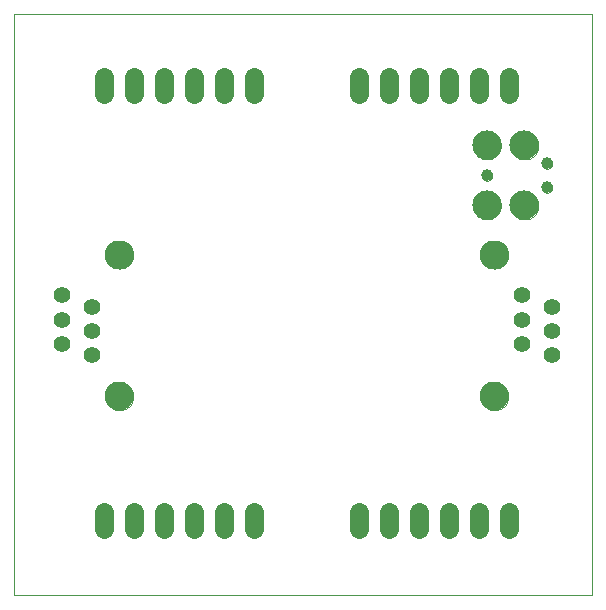
<source format=gbs>
G75*
G70*
%OFA0B0*%
%FSLAX24Y24*%
%IPPOS*%
%LPD*%
%AMOC8*
5,1,8,0,0,1.08239X$1,22.5*
%
%ADD10C,0.0000*%
%ADD11C,0.0555*%
%ADD12C,0.0969*%
%ADD13C,0.0390*%
%ADD14C,0.0975*%
%ADD15C,0.0634*%
D10*
X000162Y000100D02*
X000162Y019471D01*
X019407Y019471D01*
X019407Y000100D01*
X000162Y000100D01*
X003197Y006738D02*
X003199Y006781D01*
X003205Y006823D01*
X003215Y006865D01*
X003228Y006906D01*
X003246Y006945D01*
X003267Y006983D01*
X003291Y007018D01*
X003318Y007051D01*
X003349Y007082D01*
X003382Y007109D01*
X003417Y007133D01*
X003455Y007154D01*
X003494Y007172D01*
X003535Y007185D01*
X003577Y007195D01*
X003619Y007201D01*
X003662Y007203D01*
X003705Y007201D01*
X003747Y007195D01*
X003789Y007185D01*
X003830Y007172D01*
X003869Y007154D01*
X003907Y007133D01*
X003942Y007109D01*
X003975Y007082D01*
X004006Y007051D01*
X004033Y007018D01*
X004057Y006983D01*
X004078Y006945D01*
X004096Y006906D01*
X004109Y006865D01*
X004119Y006823D01*
X004125Y006781D01*
X004127Y006738D01*
X004125Y006695D01*
X004119Y006653D01*
X004109Y006611D01*
X004096Y006570D01*
X004078Y006531D01*
X004057Y006493D01*
X004033Y006458D01*
X004006Y006425D01*
X003975Y006394D01*
X003942Y006367D01*
X003907Y006343D01*
X003869Y006322D01*
X003830Y006304D01*
X003789Y006291D01*
X003747Y006281D01*
X003705Y006275D01*
X003662Y006273D01*
X003619Y006275D01*
X003577Y006281D01*
X003535Y006291D01*
X003494Y006304D01*
X003455Y006322D01*
X003417Y006343D01*
X003382Y006367D01*
X003349Y006394D01*
X003318Y006425D01*
X003291Y006458D01*
X003267Y006493D01*
X003246Y006531D01*
X003228Y006570D01*
X003215Y006611D01*
X003205Y006653D01*
X003199Y006695D01*
X003197Y006738D01*
X003197Y011462D02*
X003199Y011505D01*
X003205Y011547D01*
X003215Y011589D01*
X003228Y011630D01*
X003246Y011669D01*
X003267Y011707D01*
X003291Y011742D01*
X003318Y011775D01*
X003349Y011806D01*
X003382Y011833D01*
X003417Y011857D01*
X003455Y011878D01*
X003494Y011896D01*
X003535Y011909D01*
X003577Y011919D01*
X003619Y011925D01*
X003662Y011927D01*
X003705Y011925D01*
X003747Y011919D01*
X003789Y011909D01*
X003830Y011896D01*
X003869Y011878D01*
X003907Y011857D01*
X003942Y011833D01*
X003975Y011806D01*
X004006Y011775D01*
X004033Y011742D01*
X004057Y011707D01*
X004078Y011669D01*
X004096Y011630D01*
X004109Y011589D01*
X004119Y011547D01*
X004125Y011505D01*
X004127Y011462D01*
X004125Y011419D01*
X004119Y011377D01*
X004109Y011335D01*
X004096Y011294D01*
X004078Y011255D01*
X004057Y011217D01*
X004033Y011182D01*
X004006Y011149D01*
X003975Y011118D01*
X003942Y011091D01*
X003907Y011067D01*
X003869Y011046D01*
X003830Y011028D01*
X003789Y011015D01*
X003747Y011005D01*
X003705Y010999D01*
X003662Y010997D01*
X003619Y010999D01*
X003577Y011005D01*
X003535Y011015D01*
X003494Y011028D01*
X003455Y011046D01*
X003417Y011067D01*
X003382Y011091D01*
X003349Y011118D01*
X003318Y011149D01*
X003291Y011182D01*
X003267Y011217D01*
X003246Y011255D01*
X003228Y011294D01*
X003215Y011335D01*
X003205Y011377D01*
X003199Y011419D01*
X003197Y011462D01*
X015445Y013100D02*
X015447Y013143D01*
X015453Y013186D01*
X015463Y013228D01*
X015477Y013269D01*
X015494Y013308D01*
X015515Y013346D01*
X015539Y013381D01*
X015567Y013415D01*
X015597Y013445D01*
X015631Y013473D01*
X015666Y013497D01*
X015704Y013518D01*
X015743Y013535D01*
X015784Y013549D01*
X015826Y013559D01*
X015869Y013565D01*
X015912Y013567D01*
X015955Y013565D01*
X015998Y013559D01*
X016040Y013549D01*
X016081Y013535D01*
X016120Y013518D01*
X016158Y013497D01*
X016193Y013473D01*
X016227Y013445D01*
X016257Y013415D01*
X016285Y013381D01*
X016309Y013346D01*
X016330Y013308D01*
X016347Y013269D01*
X016361Y013228D01*
X016371Y013186D01*
X016377Y013143D01*
X016379Y013100D01*
X016377Y013057D01*
X016371Y013014D01*
X016361Y012972D01*
X016347Y012931D01*
X016330Y012892D01*
X016309Y012854D01*
X016285Y012819D01*
X016257Y012785D01*
X016227Y012755D01*
X016193Y012727D01*
X016158Y012703D01*
X016120Y012682D01*
X016081Y012665D01*
X016040Y012651D01*
X015998Y012641D01*
X015955Y012635D01*
X015912Y012633D01*
X015869Y012635D01*
X015826Y012641D01*
X015784Y012651D01*
X015743Y012665D01*
X015704Y012682D01*
X015666Y012703D01*
X015631Y012727D01*
X015597Y012755D01*
X015567Y012785D01*
X015539Y012819D01*
X015515Y012854D01*
X015494Y012892D01*
X015477Y012931D01*
X015463Y012972D01*
X015453Y013014D01*
X015447Y013057D01*
X015445Y013100D01*
X015737Y014100D02*
X015739Y014126D01*
X015745Y014152D01*
X015754Y014176D01*
X015767Y014199D01*
X015784Y014219D01*
X015803Y014237D01*
X015825Y014252D01*
X015848Y014263D01*
X015873Y014271D01*
X015899Y014275D01*
X015925Y014275D01*
X015951Y014271D01*
X015976Y014263D01*
X016000Y014252D01*
X016021Y014237D01*
X016040Y014219D01*
X016057Y014199D01*
X016070Y014176D01*
X016079Y014152D01*
X016085Y014126D01*
X016087Y014100D01*
X016085Y014074D01*
X016079Y014048D01*
X016070Y014024D01*
X016057Y014001D01*
X016040Y013981D01*
X016021Y013963D01*
X015999Y013948D01*
X015976Y013937D01*
X015951Y013929D01*
X015925Y013925D01*
X015899Y013925D01*
X015873Y013929D01*
X015848Y013937D01*
X015824Y013948D01*
X015803Y013963D01*
X015784Y013981D01*
X015767Y014001D01*
X015754Y014024D01*
X015745Y014048D01*
X015739Y014074D01*
X015737Y014100D01*
X015445Y015100D02*
X015447Y015143D01*
X015453Y015186D01*
X015463Y015228D01*
X015477Y015269D01*
X015494Y015308D01*
X015515Y015346D01*
X015539Y015381D01*
X015567Y015415D01*
X015597Y015445D01*
X015631Y015473D01*
X015666Y015497D01*
X015704Y015518D01*
X015743Y015535D01*
X015784Y015549D01*
X015826Y015559D01*
X015869Y015565D01*
X015912Y015567D01*
X015955Y015565D01*
X015998Y015559D01*
X016040Y015549D01*
X016081Y015535D01*
X016120Y015518D01*
X016158Y015497D01*
X016193Y015473D01*
X016227Y015445D01*
X016257Y015415D01*
X016285Y015381D01*
X016309Y015346D01*
X016330Y015308D01*
X016347Y015269D01*
X016361Y015228D01*
X016371Y015186D01*
X016377Y015143D01*
X016379Y015100D01*
X016377Y015057D01*
X016371Y015014D01*
X016361Y014972D01*
X016347Y014931D01*
X016330Y014892D01*
X016309Y014854D01*
X016285Y014819D01*
X016257Y014785D01*
X016227Y014755D01*
X016193Y014727D01*
X016158Y014703D01*
X016120Y014682D01*
X016081Y014665D01*
X016040Y014651D01*
X015998Y014641D01*
X015955Y014635D01*
X015912Y014633D01*
X015869Y014635D01*
X015826Y014641D01*
X015784Y014651D01*
X015743Y014665D01*
X015704Y014682D01*
X015666Y014703D01*
X015631Y014727D01*
X015597Y014755D01*
X015567Y014785D01*
X015539Y014819D01*
X015515Y014854D01*
X015494Y014892D01*
X015477Y014931D01*
X015463Y014972D01*
X015453Y015014D01*
X015447Y015057D01*
X015445Y015100D01*
X016695Y015100D02*
X016697Y015143D01*
X016703Y015186D01*
X016713Y015228D01*
X016727Y015269D01*
X016744Y015308D01*
X016765Y015346D01*
X016789Y015381D01*
X016817Y015415D01*
X016847Y015445D01*
X016881Y015473D01*
X016916Y015497D01*
X016954Y015518D01*
X016993Y015535D01*
X017034Y015549D01*
X017076Y015559D01*
X017119Y015565D01*
X017162Y015567D01*
X017205Y015565D01*
X017248Y015559D01*
X017290Y015549D01*
X017331Y015535D01*
X017370Y015518D01*
X017408Y015497D01*
X017443Y015473D01*
X017477Y015445D01*
X017507Y015415D01*
X017535Y015381D01*
X017559Y015346D01*
X017580Y015308D01*
X017597Y015269D01*
X017611Y015228D01*
X017621Y015186D01*
X017627Y015143D01*
X017629Y015100D01*
X017627Y015057D01*
X017621Y015014D01*
X017611Y014972D01*
X017597Y014931D01*
X017580Y014892D01*
X017559Y014854D01*
X017535Y014819D01*
X017507Y014785D01*
X017477Y014755D01*
X017443Y014727D01*
X017408Y014703D01*
X017370Y014682D01*
X017331Y014665D01*
X017290Y014651D01*
X017248Y014641D01*
X017205Y014635D01*
X017162Y014633D01*
X017119Y014635D01*
X017076Y014641D01*
X017034Y014651D01*
X016993Y014665D01*
X016954Y014682D01*
X016916Y014703D01*
X016881Y014727D01*
X016847Y014755D01*
X016817Y014785D01*
X016789Y014819D01*
X016765Y014854D01*
X016744Y014892D01*
X016727Y014931D01*
X016713Y014972D01*
X016703Y015014D01*
X016697Y015057D01*
X016695Y015100D01*
X017737Y014500D02*
X017739Y014526D01*
X017745Y014552D01*
X017754Y014576D01*
X017767Y014599D01*
X017784Y014619D01*
X017803Y014637D01*
X017825Y014652D01*
X017848Y014663D01*
X017873Y014671D01*
X017899Y014675D01*
X017925Y014675D01*
X017951Y014671D01*
X017976Y014663D01*
X018000Y014652D01*
X018021Y014637D01*
X018040Y014619D01*
X018057Y014599D01*
X018070Y014576D01*
X018079Y014552D01*
X018085Y014526D01*
X018087Y014500D01*
X018085Y014474D01*
X018079Y014448D01*
X018070Y014424D01*
X018057Y014401D01*
X018040Y014381D01*
X018021Y014363D01*
X017999Y014348D01*
X017976Y014337D01*
X017951Y014329D01*
X017925Y014325D01*
X017899Y014325D01*
X017873Y014329D01*
X017848Y014337D01*
X017824Y014348D01*
X017803Y014363D01*
X017784Y014381D01*
X017767Y014401D01*
X017754Y014424D01*
X017745Y014448D01*
X017739Y014474D01*
X017737Y014500D01*
X017737Y013700D02*
X017739Y013726D01*
X017745Y013752D01*
X017754Y013776D01*
X017767Y013799D01*
X017784Y013819D01*
X017803Y013837D01*
X017825Y013852D01*
X017848Y013863D01*
X017873Y013871D01*
X017899Y013875D01*
X017925Y013875D01*
X017951Y013871D01*
X017976Y013863D01*
X018000Y013852D01*
X018021Y013837D01*
X018040Y013819D01*
X018057Y013799D01*
X018070Y013776D01*
X018079Y013752D01*
X018085Y013726D01*
X018087Y013700D01*
X018085Y013674D01*
X018079Y013648D01*
X018070Y013624D01*
X018057Y013601D01*
X018040Y013581D01*
X018021Y013563D01*
X017999Y013548D01*
X017976Y013537D01*
X017951Y013529D01*
X017925Y013525D01*
X017899Y013525D01*
X017873Y013529D01*
X017848Y013537D01*
X017824Y013548D01*
X017803Y013563D01*
X017784Y013581D01*
X017767Y013601D01*
X017754Y013624D01*
X017745Y013648D01*
X017739Y013674D01*
X017737Y013700D01*
X016695Y013100D02*
X016697Y013143D01*
X016703Y013186D01*
X016713Y013228D01*
X016727Y013269D01*
X016744Y013308D01*
X016765Y013346D01*
X016789Y013381D01*
X016817Y013415D01*
X016847Y013445D01*
X016881Y013473D01*
X016916Y013497D01*
X016954Y013518D01*
X016993Y013535D01*
X017034Y013549D01*
X017076Y013559D01*
X017119Y013565D01*
X017162Y013567D01*
X017205Y013565D01*
X017248Y013559D01*
X017290Y013549D01*
X017331Y013535D01*
X017370Y013518D01*
X017408Y013497D01*
X017443Y013473D01*
X017477Y013445D01*
X017507Y013415D01*
X017535Y013381D01*
X017559Y013346D01*
X017580Y013308D01*
X017597Y013269D01*
X017611Y013228D01*
X017621Y013186D01*
X017627Y013143D01*
X017629Y013100D01*
X017627Y013057D01*
X017621Y013014D01*
X017611Y012972D01*
X017597Y012931D01*
X017580Y012892D01*
X017559Y012854D01*
X017535Y012819D01*
X017507Y012785D01*
X017477Y012755D01*
X017443Y012727D01*
X017408Y012703D01*
X017370Y012682D01*
X017331Y012665D01*
X017290Y012651D01*
X017248Y012641D01*
X017205Y012635D01*
X017162Y012633D01*
X017119Y012635D01*
X017076Y012641D01*
X017034Y012651D01*
X016993Y012665D01*
X016954Y012682D01*
X016916Y012703D01*
X016881Y012727D01*
X016847Y012755D01*
X016817Y012785D01*
X016789Y012819D01*
X016765Y012854D01*
X016744Y012892D01*
X016727Y012931D01*
X016713Y012972D01*
X016703Y013014D01*
X016697Y013057D01*
X016695Y013100D01*
X015697Y011462D02*
X015699Y011505D01*
X015705Y011547D01*
X015715Y011589D01*
X015728Y011630D01*
X015746Y011669D01*
X015767Y011707D01*
X015791Y011742D01*
X015818Y011775D01*
X015849Y011806D01*
X015882Y011833D01*
X015917Y011857D01*
X015955Y011878D01*
X015994Y011896D01*
X016035Y011909D01*
X016077Y011919D01*
X016119Y011925D01*
X016162Y011927D01*
X016205Y011925D01*
X016247Y011919D01*
X016289Y011909D01*
X016330Y011896D01*
X016369Y011878D01*
X016407Y011857D01*
X016442Y011833D01*
X016475Y011806D01*
X016506Y011775D01*
X016533Y011742D01*
X016557Y011707D01*
X016578Y011669D01*
X016596Y011630D01*
X016609Y011589D01*
X016619Y011547D01*
X016625Y011505D01*
X016627Y011462D01*
X016625Y011419D01*
X016619Y011377D01*
X016609Y011335D01*
X016596Y011294D01*
X016578Y011255D01*
X016557Y011217D01*
X016533Y011182D01*
X016506Y011149D01*
X016475Y011118D01*
X016442Y011091D01*
X016407Y011067D01*
X016369Y011046D01*
X016330Y011028D01*
X016289Y011015D01*
X016247Y011005D01*
X016205Y010999D01*
X016162Y010997D01*
X016119Y010999D01*
X016077Y011005D01*
X016035Y011015D01*
X015994Y011028D01*
X015955Y011046D01*
X015917Y011067D01*
X015882Y011091D01*
X015849Y011118D01*
X015818Y011149D01*
X015791Y011182D01*
X015767Y011217D01*
X015746Y011255D01*
X015728Y011294D01*
X015715Y011335D01*
X015705Y011377D01*
X015699Y011419D01*
X015697Y011462D01*
X015697Y006738D02*
X015699Y006781D01*
X015705Y006823D01*
X015715Y006865D01*
X015728Y006906D01*
X015746Y006945D01*
X015767Y006983D01*
X015791Y007018D01*
X015818Y007051D01*
X015849Y007082D01*
X015882Y007109D01*
X015917Y007133D01*
X015955Y007154D01*
X015994Y007172D01*
X016035Y007185D01*
X016077Y007195D01*
X016119Y007201D01*
X016162Y007203D01*
X016205Y007201D01*
X016247Y007195D01*
X016289Y007185D01*
X016330Y007172D01*
X016369Y007154D01*
X016407Y007133D01*
X016442Y007109D01*
X016475Y007082D01*
X016506Y007051D01*
X016533Y007018D01*
X016557Y006983D01*
X016578Y006945D01*
X016596Y006906D01*
X016609Y006865D01*
X016619Y006823D01*
X016625Y006781D01*
X016627Y006738D01*
X016625Y006695D01*
X016619Y006653D01*
X016609Y006611D01*
X016596Y006570D01*
X016578Y006531D01*
X016557Y006493D01*
X016533Y006458D01*
X016506Y006425D01*
X016475Y006394D01*
X016442Y006367D01*
X016407Y006343D01*
X016369Y006322D01*
X016330Y006304D01*
X016289Y006291D01*
X016247Y006281D01*
X016205Y006275D01*
X016162Y006273D01*
X016119Y006275D01*
X016077Y006281D01*
X016035Y006291D01*
X015994Y006304D01*
X015955Y006322D01*
X015917Y006343D01*
X015882Y006367D01*
X015849Y006394D01*
X015818Y006425D01*
X015791Y006458D01*
X015767Y006493D01*
X015746Y006531D01*
X015728Y006570D01*
X015715Y006611D01*
X015705Y006653D01*
X015699Y006695D01*
X015697Y006738D01*
D11*
X017067Y008494D03*
X017067Y009297D03*
X017067Y010100D03*
X018067Y009706D03*
X018067Y008903D03*
X018067Y008100D03*
X002756Y008100D03*
X002756Y008903D03*
X002756Y009706D03*
X001756Y010100D03*
X001756Y009297D03*
X001756Y008494D03*
D12*
X003662Y006738D03*
X003662Y011462D03*
X016162Y011462D03*
X016162Y006738D03*
D13*
X017912Y013700D03*
X017912Y014500D03*
X015912Y014100D03*
D14*
X015912Y015100D03*
X017162Y015100D03*
X017162Y013100D03*
X015912Y013100D03*
D15*
X015662Y016803D02*
X015662Y017397D01*
X016662Y017397D02*
X016662Y016803D01*
X014662Y016803D02*
X014662Y017397D01*
X013662Y017397D02*
X013662Y016803D01*
X012662Y016803D02*
X012662Y017397D01*
X011662Y017397D02*
X011662Y016803D01*
X008162Y016803D02*
X008162Y017397D01*
X007162Y017397D02*
X007162Y016803D01*
X006162Y016803D02*
X006162Y017397D01*
X005162Y017397D02*
X005162Y016803D01*
X004162Y016803D02*
X004162Y017397D01*
X003162Y017397D02*
X003162Y016803D01*
X003162Y002897D02*
X003162Y002303D01*
X004162Y002303D02*
X004162Y002897D01*
X005162Y002897D02*
X005162Y002303D01*
X006162Y002303D02*
X006162Y002897D01*
X007162Y002897D02*
X007162Y002303D01*
X008162Y002303D02*
X008162Y002897D01*
X011662Y002897D02*
X011662Y002303D01*
X012662Y002303D02*
X012662Y002897D01*
X013662Y002897D02*
X013662Y002303D01*
X014662Y002303D02*
X014662Y002897D01*
X015662Y002897D02*
X015662Y002303D01*
X016662Y002303D02*
X016662Y002897D01*
M02*

</source>
